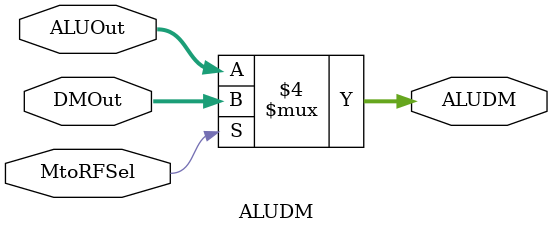
<source format=v>
`timescale 1ns / 1ps


module ALUDM(
 input [31:0] ALUOut, 
    DMOut, 
   input  MtoRFSel,
    output reg [31:0] ALUDM
    );
    
always @(*)
begin
    if(MtoRFSel == 1'b0)
        ALUDM = ALUOut;
    else 
        ALUDM = DMOut;
    end
endmodule
</source>
